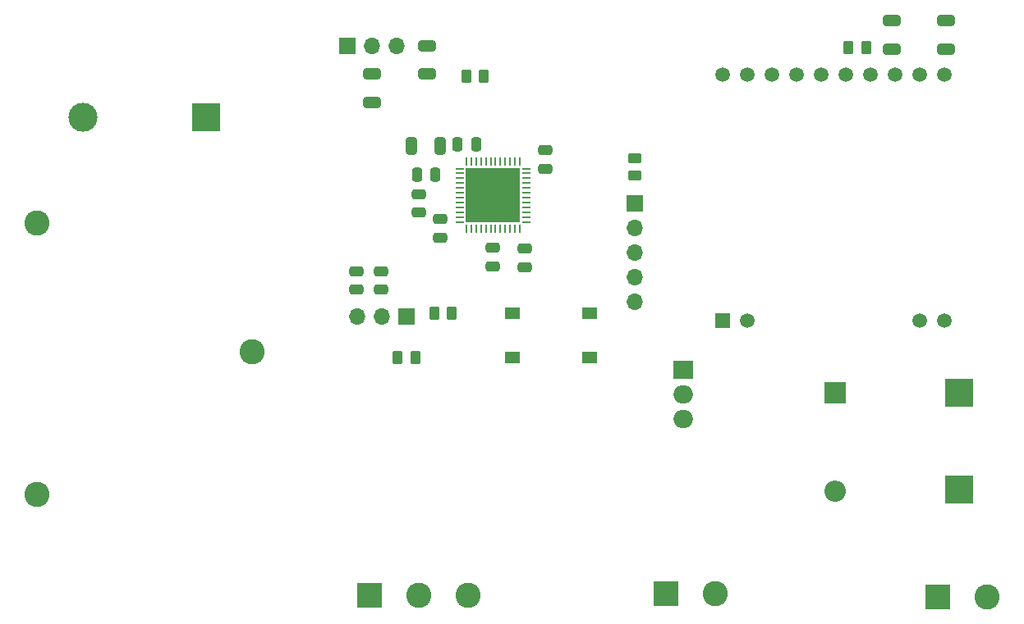
<source format=gts>
G04 #@! TF.GenerationSoftware,KiCad,Pcbnew,6.0.11-2627ca5db0~126~ubuntu22.04.1*
G04 #@! TF.CreationDate,2023-02-05T11:24:23-03:00*
G04 #@! TF.ProjectId,ball_launcher_kicad,62616c6c-5f6c-4617-956e-636865725f6b,rev?*
G04 #@! TF.SameCoordinates,Original*
G04 #@! TF.FileFunction,Soldermask,Top*
G04 #@! TF.FilePolarity,Negative*
%FSLAX46Y46*%
G04 Gerber Fmt 4.6, Leading zero omitted, Abs format (unit mm)*
G04 Created by KiCad (PCBNEW 6.0.11-2627ca5db0~126~ubuntu22.04.1) date 2023-02-05 11:24:23*
%MOMM*%
%LPD*%
G01*
G04 APERTURE LIST*
G04 Aperture macros list*
%AMRoundRect*
0 Rectangle with rounded corners*
0 $1 Rounding radius*
0 $2 $3 $4 $5 $6 $7 $8 $9 X,Y pos of 4 corners*
0 Add a 4 corners polygon primitive as box body*
4,1,4,$2,$3,$4,$5,$6,$7,$8,$9,$2,$3,0*
0 Add four circle primitives for the rounded corners*
1,1,$1+$1,$2,$3*
1,1,$1+$1,$4,$5*
1,1,$1+$1,$6,$7*
1,1,$1+$1,$8,$9*
0 Add four rect primitives between the rounded corners*
20,1,$1+$1,$2,$3,$4,$5,0*
20,1,$1+$1,$4,$5,$6,$7,0*
20,1,$1+$1,$6,$7,$8,$9,0*
20,1,$1+$1,$8,$9,$2,$3,0*%
G04 Aperture macros list end*
%ADD10RoundRect,0.250000X-0.475000X0.250000X-0.475000X-0.250000X0.475000X-0.250000X0.475000X0.250000X0*%
%ADD11RoundRect,0.250000X0.262500X0.450000X-0.262500X0.450000X-0.262500X-0.450000X0.262500X-0.450000X0*%
%ADD12R,1.500000X1.500000*%
%ADD13C,1.500000*%
%ADD14R,1.550000X1.300000*%
%ADD15RoundRect,0.250000X0.325000X0.650000X-0.325000X0.650000X-0.325000X-0.650000X0.325000X-0.650000X0*%
%ADD16R,1.700000X1.700000*%
%ADD17O,1.700000X1.700000*%
%ADD18R,2.600000X2.600000*%
%ADD19C,2.600000*%
%ADD20RoundRect,0.250000X-0.262500X-0.450000X0.262500X-0.450000X0.262500X0.450000X-0.262500X0.450000X0*%
%ADD21RoundRect,0.250000X-0.650000X0.325000X-0.650000X-0.325000X0.650000X-0.325000X0.650000X0.325000X0*%
%ADD22R,3.000000X3.000000*%
%ADD23C,3.000000*%
%ADD24RoundRect,0.250000X0.475000X-0.250000X0.475000X0.250000X-0.475000X0.250000X-0.475000X-0.250000X0*%
%ADD25RoundRect,0.250000X0.450000X-0.262500X0.450000X0.262500X-0.450000X0.262500X-0.450000X-0.262500X0*%
%ADD26RoundRect,0.250000X-0.250000X-0.475000X0.250000X-0.475000X0.250000X0.475000X-0.250000X0.475000X0*%
%ADD27RoundRect,0.250000X0.250000X0.475000X-0.250000X0.475000X-0.250000X-0.475000X0.250000X-0.475000X0*%
%ADD28R,2.000000X1.905000*%
%ADD29O,2.000000X1.905000*%
%ADD30RoundRect,0.062500X-0.375000X-0.062500X0.375000X-0.062500X0.375000X0.062500X-0.375000X0.062500X0*%
%ADD31RoundRect,0.062500X-0.062500X-0.375000X0.062500X-0.375000X0.062500X0.375000X-0.062500X0.375000X0*%
%ADD32R,5.600000X5.600000*%
%ADD33RoundRect,0.250000X0.650000X-0.325000X0.650000X0.325000X-0.650000X0.325000X-0.650000X-0.325000X0*%
%ADD34R,2.200000X2.200000*%
%ADD35O,2.200000X2.200000*%
G04 APERTURE END LIST*
D10*
X218305000Y-113730000D03*
X218305000Y-115630000D03*
D11*
X264392500Y-98580000D03*
X262567500Y-98580000D03*
D10*
X231305000Y-109230000D03*
X231305000Y-111130000D03*
D12*
X249575000Y-126837500D03*
D13*
X252115000Y-126837500D03*
X269895000Y-126837500D03*
X272435000Y-126837500D03*
X272435000Y-101437500D03*
X269895000Y-101437500D03*
X267355000Y-101437500D03*
X264815000Y-101437500D03*
X262275000Y-101437500D03*
X259735000Y-101437500D03*
X257195000Y-101437500D03*
X254655000Y-101437500D03*
X252115000Y-101437500D03*
X249575000Y-101437500D03*
D14*
X227905000Y-130580000D03*
X235855000Y-130580000D03*
X235855000Y-126080000D03*
X227905000Y-126080000D03*
D15*
X220480000Y-108770000D03*
X217530000Y-108770000D03*
D10*
X225890000Y-119281252D03*
X225890000Y-121181252D03*
D16*
X240505000Y-114680000D03*
D17*
X240505000Y-117220000D03*
X240505000Y-119760000D03*
X240505000Y-122300000D03*
X240505000Y-124840000D03*
D18*
X271755000Y-155300000D03*
D19*
X276835000Y-155300000D03*
D10*
X229165000Y-119380000D03*
X229165000Y-121280000D03*
D20*
X216092500Y-130655000D03*
X217917500Y-130655000D03*
D21*
X219105000Y-98405000D03*
X219105000Y-101355000D03*
D19*
X178900000Y-116750000D03*
X178900000Y-144750000D03*
X201100000Y-130000000D03*
D22*
X196350000Y-105850000D03*
D23*
X183650000Y-105850000D03*
D24*
X214385000Y-123597500D03*
X214385000Y-121697500D03*
D20*
X219840000Y-126082500D03*
X221665000Y-126082500D03*
D16*
X216985000Y-126410000D03*
D17*
X214445000Y-126410000D03*
X211905000Y-126410000D03*
D24*
X211845000Y-123597500D03*
X211845000Y-121697500D03*
D20*
X223152500Y-101607500D03*
X224977500Y-101607500D03*
D22*
X273970000Y-134280000D03*
X273970000Y-144280000D03*
D25*
X240505000Y-111842500D03*
X240505000Y-110017500D03*
D26*
X222255000Y-108580000D03*
X224155000Y-108580000D03*
D27*
X219955000Y-111760000D03*
X218055000Y-111760000D03*
D10*
X220505000Y-116330000D03*
X220505000Y-118230000D03*
D28*
X245555000Y-131860000D03*
D29*
X245555000Y-134400000D03*
X245555000Y-136940000D03*
D18*
X243755000Y-155005000D03*
D19*
X248835000Y-155005000D03*
D16*
X210892500Y-98410000D03*
D17*
X213432500Y-98410000D03*
X215972500Y-98410000D03*
D30*
X222487500Y-111110000D03*
X222487500Y-111610000D03*
X222487500Y-112110000D03*
X222487500Y-112610000D03*
X222487500Y-113110000D03*
X222487500Y-113610000D03*
X222487500Y-114110000D03*
X222487500Y-114610000D03*
X222487500Y-115110000D03*
X222487500Y-115610000D03*
X222487500Y-116110000D03*
X222487500Y-116610000D03*
D31*
X223175000Y-117297500D03*
X223675000Y-117297500D03*
X224175000Y-117297500D03*
X224675000Y-117297500D03*
X225175000Y-117297500D03*
X225675000Y-117297500D03*
X226175000Y-117297500D03*
X226675000Y-117297500D03*
X227175000Y-117297500D03*
X227675000Y-117297500D03*
X228175000Y-117297500D03*
X228675000Y-117297500D03*
D30*
X229362500Y-116610000D03*
X229362500Y-116110000D03*
X229362500Y-115610000D03*
X229362500Y-115110000D03*
X229362500Y-114610000D03*
X229362500Y-114110000D03*
X229362500Y-113610000D03*
X229362500Y-113110000D03*
X229362500Y-112610000D03*
X229362500Y-112110000D03*
X229362500Y-111610000D03*
X229362500Y-111110000D03*
D31*
X228675000Y-110422500D03*
X228175000Y-110422500D03*
X227675000Y-110422500D03*
X227175000Y-110422500D03*
X226675000Y-110422500D03*
X226175000Y-110422500D03*
X225675000Y-110422500D03*
X225175000Y-110422500D03*
X224675000Y-110422500D03*
X224175000Y-110422500D03*
X223675000Y-110422500D03*
X223175000Y-110422500D03*
D32*
X225925000Y-113860000D03*
D21*
X213432500Y-101303748D03*
X213432500Y-104253748D03*
D33*
X272605000Y-98755000D03*
X272605000Y-95805000D03*
X267005000Y-98755000D03*
X267005000Y-95805000D03*
D34*
X261200000Y-134220000D03*
D35*
X261200000Y-144380000D03*
D18*
X213215000Y-155205000D03*
D19*
X218295000Y-155205000D03*
X223375000Y-155205000D03*
M02*

</source>
